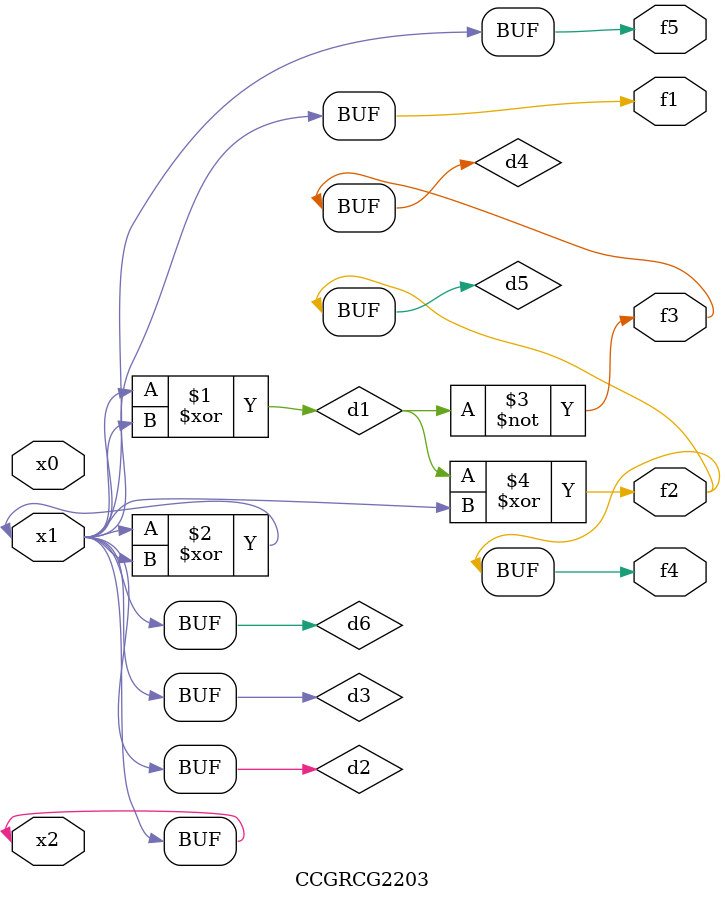
<source format=v>
module CCGRCG2203(
	input x0, x1, x2,
	output f1, f2, f3, f4, f5
);

	wire d1, d2, d3, d4, d5, d6;

	xor (d1, x1, x2);
	buf (d2, x1, x2);
	xor (d3, x1, x2);
	nor (d4, d1);
	xor (d5, d1, d2);
	buf (d6, d2, d3);
	assign f1 = d6;
	assign f2 = d5;
	assign f3 = d4;
	assign f4 = d5;
	assign f5 = d6;
endmodule

</source>
